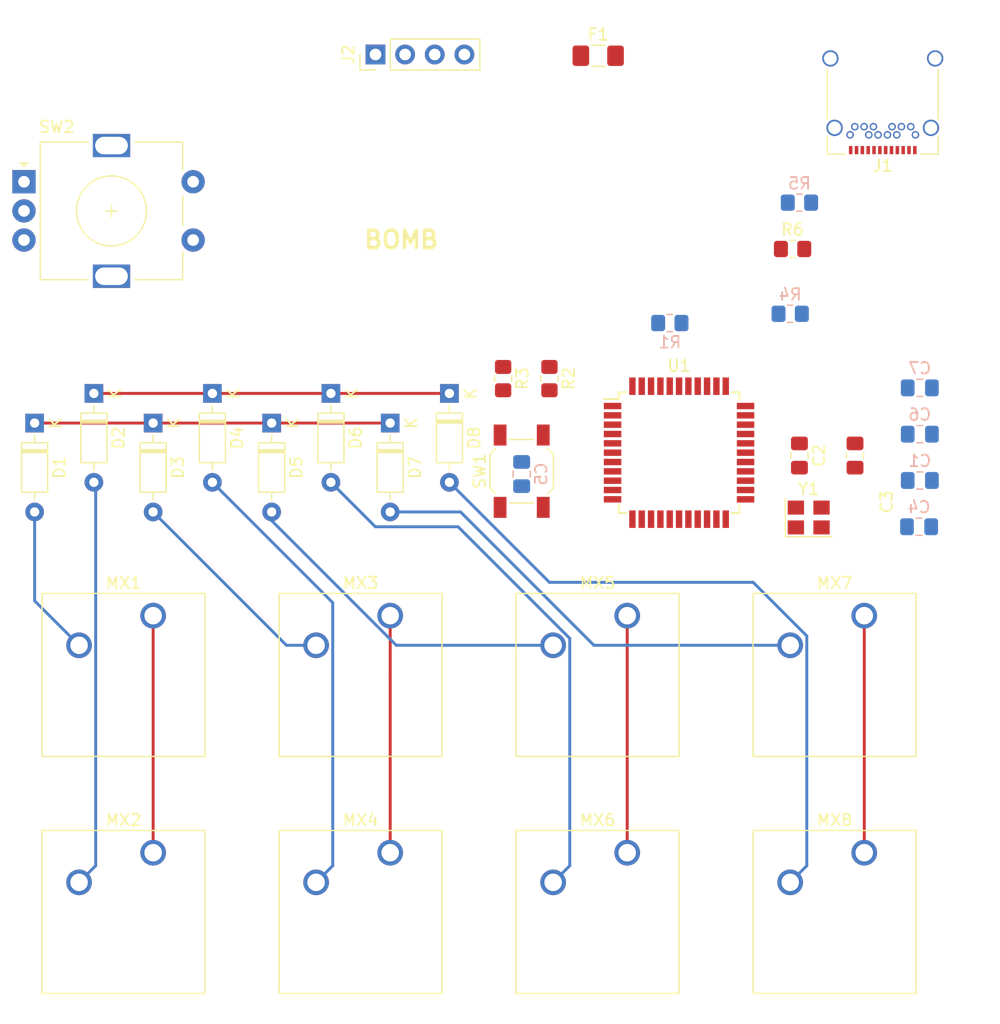
<source format=kicad_pcb>
(kicad_pcb (version 20211014) (generator pcbnew)
  (layers (0 "F.Cu" signal) (31 "B.Cu" signal) (34 "B.Paste" user) (35 "F.Paste" user) (36 "B.SilkS" user "B.Silkscreen") (37 "F.SilkS" user "F.Silkscreen") (38 "B.Mask" user) (39 "F.Mask" user) (44 "Edge.Cuts" user))
  (net 0 "")
  (net 1 "+5V")
  (net 2 "GND")
  (net 3 "Net-(C2-Pad2)")
  (net 4 "Net-(C3-Pad2)")
  (net 5 "Net-(C5-Pad1)")
  (net 6 "ROW0")
  (net 7 "Net-(D1-Pad2)")
  (net 8 "ROW1")
  (net 9 "Net-(D2-Pad2)")
  (net 10 "Net-(D3-Pad2)")
  (net 11 "Net-(D4-Pad2)")
  (net 12 "Net-(D5-Pad2)")
  (net 13 "Net-(D6-Pad2)")
  (net 14 "Net-(D7-Pad2)")
  (net 15 "Net-(D8-Pad2)")
  (net 16 "VCC")
  (net 17 "Net-(J1-PadA5)")
  (net 18 "D+")
  (net 19 "D-")
  (net 21 "Net-(J1-PadB5)")
  (net 23 "COL0")
  (net 24 "COL1")
  (net 25 "COL2")
  (net 26 "COL3")
  (net 27 "Net-(R1-Pad1)")
  (net 28 "Net-(R2-Pad2)")
  (net 29 "Net-(R3-Pad2)")
  (net 30 "Net-(R4-Pad1)")
  (net 57 "SCK")
  (net 58 "SDA")
  (footprint "Diode_THT:D_DO-35_SOD27_P7.62mm_Horizontal" (layer "F.Cu") (at 66.9925 48.895 -90)
    (fp_text reference "D6" (at 3.81 -2.12 90) (layer "F.SilkS"))
    (fp_text value "1N4148")
    (fp_text user "K" (at 0 -1.8 90) (layer "F.SilkS"))
    (fp_line (start 2.41 -1.12) (end 2.41 1.12) (layer "F.SilkS") (width 0.12))
    (fp_line (start 5.93 -1.12) (end 1.69 -1.12) (layer "F.SilkS") (width 0.12))
    (fp_line (start 2.29 -1.12) (end 2.29 1.12) (layer "F.SilkS") (width 0.12))
    (fp_line (start 2.53 -1.12) (end 2.53 1.12) (layer "F.SilkS") (width 0.12))
    (fp_line (start 5.93 1.12) (end 5.93 -1.12) (layer "F.SilkS") (width 0.12))
    (fp_line (start 6.58 0) (end 5.93 0) (layer "F.SilkS") (width 0.12))
    (fp_line (start 1.69 -1.12) (end 1.69 1.12) (layer "F.SilkS") (width 0.12))
    (fp_line (start 1.69 1.12) (end 5.93 1.12) (layer "F.SilkS") (width 0.12))
    (fp_line (start 1.04 0) (end 1.69 0) (layer "F.SilkS") (width 0.12))
    (pad "1" thru_hole rect (at 0 0 270) (size 1.6 1.6) (drill 0.8) (layers *.Cu *.Mask) (net 8 "ROW1"))
    (pad "2" thru_hole oval (at 7.62 0 270) (size 1.6 1.6) (drill 0.8) (layers *.Cu *.Mask) (net 13 "Net-(D6-Pad2)"))
  )
  (footprint "Button_Switch_Keyboard:SW_Cherry_MX_1.00u_PCB" (layer "F.Cu") (at 92.3925 88.265)
    (fp_text reference "MX6" (at -2.54 -2.794) (layer "F.SilkS"))
    (fp_text value "MX-NoLED")
    (fp_line (start 4.445 12.065) (end -9.525 12.065) (layer "F.SilkS") (width 0.12))
    (fp_line (start -9.525 12.065) (end -9.525 -1.905) (layer "F.SilkS") (width 0.12))
    (fp_line (start 4.445 -1.905) (end 4.445 12.065) (layer "F.SilkS") (width 0.12))
    (fp_line (start -9.525 -1.905) (end 4.445 -1.905) (layer "F.SilkS") (width 0.12))
    (pad "" np_thru_hole circle (at 2.54 5.08) (size 1.7 1.7) (drill 1.7) (layers *.Cu *.Mask))
    (pad "" np_thru_hole circle (at -2.54 5.08) (size 4 4) (drill 4) (layers *.Cu *.Mask))
    (pad "" np_thru_hole circle (at -7.62 5.08) (size 1.7 1.7) (drill 1.7) (layers *.Cu *.Mask))
    (pad "1" thru_hole circle (at 0 0) (size 2.2 2.2) (drill 1.5) (layers *.Cu *.Mask) (net 25 "COL2"))
    (pad "2" thru_hole circle (at -6.35 2.54) (size 2.2 2.2) (drill 1.5) (layers *.Cu *.Mask) (net 13 "Net-(D6-Pad2)"))
  )
  (footprint "Button_Switch_Keyboard:SW_Cherry_MX_1.00u_PCB" (layer "F.Cu") (at 112.7125 67.945)
    (fp_text reference "MX7" (at -2.54 -2.794) (layer "F.SilkS"))
    (fp_text value "MX-NoLED")
    (fp_line (start -9.525 -1.905) (end 4.445 -1.905) (layer "F.SilkS") (width 0.12))
    (fp_line (start 4.445 12.065) (end -9.525 12.065) (layer "F.SilkS") (width 0.12))
    (fp_line (start 4.445 -1.905) (end 4.445 12.065) (layer "F.SilkS") (width 0.12))
    (fp_line (start -9.525 12.065) (end -9.525 -1.905) (layer "F.SilkS") (width 0.12))
    (pad "" np_thru_hole circle (at 2.54 5.08) (size 1.7 1.7) (drill 1.7) (layers *.Cu *.Mask))
    (pad "" np_thru_hole circle (at -7.62 5.08) (size 1.7 1.7) (drill 1.7) (layers *.Cu *.Mask))
    (pad "" np_thru_hole circle (at -2.54 5.08) (size 4 4) (drill 4) (layers *.Cu *.Mask))
    (pad "1" thru_hole circle (at 0 0) (size 2.2 2.2) (drill 1.5) (layers *.Cu *.Mask) (net 26 "COL3"))
    (pad "2" thru_hole circle (at -6.35 2.54) (size 2.2 2.2) (drill 1.5) (layers *.Cu *.Mask) (net 14 "Net-(D7-Pad2)"))
  )
  (footprint "Button_Switch_Keyboard:SW_Cherry_MX_1.00u_PCB" (layer "F.Cu") (at 72.0725 88.265)
    (fp_text reference "MX4" (at -2.54 -2.794) (layer "F.SilkS"))
    (fp_text value "MX-NoLED")
    (fp_line (start 4.445 -1.905) (end 4.445 12.065) (layer "F.SilkS") (width 0.12))
    (fp_line (start -9.525 12.065) (end -9.525 -1.905) (layer "F.SilkS") (width 0.12))
    (fp_line (start 4.445 12.065) (end -9.525 12.065) (layer "F.SilkS") (width 0.12))
    (fp_line (start -9.525 -1.905) (end 4.445 -1.905) (layer "F.SilkS") (width 0.12))
    (pad "" np_thru_hole circle (at 2.54 5.08) (size 1.7 1.7) (drill 1.7) (layers *.Cu *.Mask))
    (pad "" np_thru_hole circle (at -7.62 5.08) (size 1.7 1.7) (drill 1.7) (layers *.Cu *.Mask))
    (pad "" np_thru_hole circle (at -2.54 5.08) (size 4 4) (drill 4) (layers *.Cu *.Mask))
    (pad "1" thru_hole circle (at 0 0) (size 2.2 2.2) (drill 1.5) (layers *.Cu *.Mask) (net 24 "COL1"))
    (pad "2" thru_hole circle (at -6.35 2.54) (size 2.2 2.2) (drill 1.5) (layers *.Cu *.Mask) (net 11 "Net-(D4-Pad2)"))
  )
  (footprint "Package_QFP:TQFP-44_10x10mm_P0.8mm" (layer "F.Cu") (at 96.8375 53.975)
    (fp_text reference "U1" (at 0 -7.45) (layer "F.SilkS"))
    (fp_text value "ATmega32U4-A")
    (fp_line (start 5.175 5.175) (end 5.175 4.5) (layer "F.SilkS") (width 0.15))
    (fp_line (start -5.175 5.175) (end -5.175 4.5) (layer "F.SilkS") (width 0.15))
    (fp_line (start -5.175 -4.6) (end -6.45 -4.6) (layer "F.SilkS") (width 0.15))
    (fp_line (start -5.175 -5.175) (end -5.175 -4.6) (layer "F.SilkS") (width 0.15))
    (fp_line (start -5.175 5.175) (end -4.5 5.175) (layer "F.SilkS") (width 0.15))
    (fp_line (start 5.175 -5.175) (end 4.5 -5.175) (layer "F.SilkS") (width 0.15))
    (fp_line (start 5.175 -5.175) (end 5.175 -4.5) (layer "F.SilkS") (width 0.15))
    (fp_line (start -5.175 -5.175) (end -4.5 -5.175) (layer "F.SilkS") (width 0.15))
    (fp_line (start 5.175 5.175) (end 4.5 5.175) (layer "F.SilkS") (width 0.15))
    (pad "1" smd rect (at -5.7 -4) (size 1.5 0.55) (layers "F.Cu" "F.Paste" "F.Mask"))
    (pad "2" smd rect (at -5.7 -3.2) (size 1.5 0.55) (layers "F.Cu" "F.Paste" "F.Mask") (net 1 "+5V"))
    (pad "3" smd rect (at -5.7 -2.4) (size 1.5 0.55) (layers "F.Cu" "F.Paste" "F.Mask") (net 27 "Net-(R1-Pad1)"))
    (pad "4" smd rect (at -5.7 -1.6) (size 1.5 0.55) (layers "F.Cu" "F.Paste" "F.Mask") (net 28 "Net-(R2-Pad2)"))
    (pad "5" smd rect (at -5.7 -0.8) (size 1.5 0.55) (layers "F.Cu" "F.Paste" "F.Mask") (net 2 "GND"))
    (pad "6" smd rect (at -5.7 0) (size 1.5 0.55) (layers "F.Cu" "F.Paste" "F.Mask") (net 5 "Net-(C5-Pad1)"))
    (pad "7" smd rect (at -5.7 0.8) (size 1.5 0.55) (layers "F.Cu" "F.Paste" "F.Mask") (net 1 "+5V"))
    (pad "8" smd rect (at -5.7 1.6) (size 1.5 0.55) (layers "F.Cu" "F.Paste" "F.Mask"))
    (pad "9" smd rect (at -5.7 2.4) (size 1.5 0.55) (layers "F.Cu" "F.Paste" "F.Mask"))
    (pad "10" smd rect (at -5.7 3.2) (size 1.5 0.55) (layers "F.Cu" "F.Paste" "F.Mask"))
    (pad "11" smd rect (at -5.7 4) (size 1.5 0.55) (layers "F.Cu" "F.Paste" "F.Mask"))
    (pad "12" smd rect (at -4 5.7 90) (size 1.5 0.55) (layers "F.Cu" "F.Paste" "F.Mask"))
    (pad "13" smd rect (at -3.2 5.7 90) (size 1.5 0.55) (layers "F.Cu" "F.Paste" "F.Mask") (net 29 "Net-(R3-Pad2)"))
    (pad "14" smd rect (at -2.4 5.7 90) (size 1.5 0.55) (layers "F.Cu" "F.Paste" "F.Mask") (net 1 "+5V"))
    (pad "15" smd rect (at -1.6 5.7 90) (size 1.5 0.55) (layers "F.Cu" "F.Paste" "F.Mask") (net 2 "GND"))
    (pad "16" smd rect (at -0.8 5.7 90) (size 1.5 0.55) (layers "F.Cu" "F.Paste" "F.Mask") (net 4 "Net-(C3-Pad2)"))
    (pad "17" smd rect (at 0 5.7 90) (size 1.5 0.55) (layers "F.Cu" "F.Paste" "F.Mask") (net 3 "Net-(C2-Pad2)"))
    (pad "18" smd rect (at 0.8 5.7 90) (size 1.5 0.55) (layers "F.Cu" "F.Paste" "F.Mask"))
    (pad "19" smd rect (at 1.6 5.7 90) (size 1.5 0.55) (layers "F.Cu" "F.Paste" "F.Mask"))
    (pad "20" smd rect (at 2.4 5.7 90) (size 1.5 0.55) (layers "F.Cu" "F.Paste" "F.Mask"))
    (pad "21" smd rect (at 3.2 5.7 90) (size 1.5 0.55) (layers "F.Cu" "F.Paste" "F.Mask"))
    (pad "22" smd rect (at 4 5.7 90) (size 1.5 0.55) (layers "F.Cu" "F.Paste" "F.Mask"))
    (pad "23" smd rect (at 5.7 4) (size 1.5 0.55) (layers "F.Cu" "F.Paste" "F.Mask") (net 2 "GND"))
    (pad "24" smd rect (at 5.7 3.2) (size 1.5 0.55) (layers "F.Cu" "F.Paste" "F.Mask") (net 1 "+5V"))
    (pad "25" smd rect (at 5.7 2.4) (size 1.5 0.55) (layers "F.Cu" "F.Paste" "F.Mask"))
    (pad "26" smd rect (at 5.7 1.6) (size 1.5 0.55) (layers "F.Cu" "F.Paste" "F.Mask"))
    (pad "27" smd rect (at 5.7 0.8) (size 1.5 0.55) (layers "F.Cu" "F.Paste" "F.Mask"))
    (pad "28" smd rect (at 5.7 0) (size 1.5 0.55) (layers "F.Cu" "F.Paste" "F.Mask"))
    (pad "29" smd rect (at 5.7 -0.8) (size 1.5 0.55) (layers "F.Cu" "F.Paste" "F.Mask"))
    (pad "30" smd rect (at 5.7 -1.6) (size 1.5 0.55) (layers "F.Cu" "F.Paste" "F.Mask"))
    (pad "31" smd rect (at 5.7 -2.4) (size 1.5 0.55) (layers "F.Cu" "F.Paste" "F.Mask"))
    (pad "32" smd rect (at 5.7 -3.2) (size 1.5 0.55) (layers "F.Cu" "F.Paste" "F.Mask"))
    (pad "33" smd rect (at 5.7 -4) (size 1.5 0.55) (layers "F.Cu" "F.Paste" "F.Mask") (net 30 "Net-(R4-Pad1)"))
    (pad "34" smd rect (at 4 -5.7 90) (size 1.5 0.55) (layers "F.Cu" "F.Paste" "F.Mask") (net 1 "+5V"))
    (pad "35" smd rect (at 3.2 -5.7 90) (size 1.5 0.55) (layers "F.Cu" "F.Paste" "F.Mask") (net 2 "GND"))
    (pad "36" smd rect (at 2.4 -5.7 90) (size 1.5 0.55) (layers "F.Cu" "F.Paste" "F.Mask"))
    (pad "37" smd rect (at 1.6 -5.7 90) (size 1.5 0.55) (layers "F.Cu" "F.Paste" "F.Mask"))
    (pad "38" smd rect (at 0.8 -5.7 90) (size 1.5 0.55) (layers "F.Cu" "F.Paste" "F.Mask"))
    (pad "39" smd rect (at 0 -5.7 90) (size 1.5 0.55) (layers "F.Cu" "F.Paste" "F.Mask"))
    (pad "40" smd rect (at -0.8 -5.7 90) (size 1.5 0.55) (layers "F.Cu" "F.Paste" "F.Mask"))
    (pad "41" smd rect (at -1.6 -5.7 90) (size 1.5 0.55) (layers "F.Cu" "F.Paste" "F.Mask"))
    (pad "42" smd rect (at -2.4 -5.7 90) (size 1.5 0.55) (layers "F.Cu" "F.Paste" "F.Mask"))
    (pad "43" smd rect (at -3.2 -5.7 90) (size 1.5 0.55) (layers "F.Cu" "F.Paste" "F.Mask") (net 2 "GND"))
    (pad "44" smd rect (at -4 -5.7 90) (size 1.5 0.55) (layers "F.Cu" "F.Paste" "F.Mask") (net 1 "+5V"))
  )
  (footprint "Crystal:Crystal_SMD_3225-4Pin_3.2x2.5mm" (layer "F.Cu") (at 107.95 59.53125)
    (fp_text reference "Y1" (at 0 -2.45) (layer "F.SilkS"))
    (fp_text value "16MHz")
    (fp_line (start -2 1.65) (end 2 1.65) (layer "F.SilkS") (width 0.12))
    (fp_line (start -2 -1.65) (end -2 1.65) (layer "F.SilkS") (width 0.12))
    (pad "1" smd rect (at -1.1 0.85) (size 1.4 1.2) (layers "F.Cu" "F.Paste" "F.Mask") (net 3 "Net-(C2-Pad2)"))
    (pad "2" smd rect (at 1.1 0.85) (size 1.4 1.2) (layers "F.Cu" "F.Paste" "F.Mask") (net 2 "GND"))
    (pad "3" smd rect (at 1.1 -0.85) (size 1.4 1.2) (layers "F.Cu" "F.Paste" "F.Mask") (net 4 "Net-(C3-Pad2)"))
    (pad "4" smd rect (at -1.1 -0.85) (size 1.4 1.2) (layers "F.Cu" "F.Paste" "F.Mask") (net 2 "GND"))
  )
  (footprint "Button_Switch_Keyboard:SW_Cherry_MX_1.00u_PCB" (layer "F.Cu") (at 92.3925 67.945)
    (fp_text reference "MX5" (at -2.54 -2.794) (layer "F.SilkS"))
    (fp_text value "MX-NoLED")
    (fp_line (start 4.445 -1.905) (end 4.445 12.065) (layer "F.SilkS") (width 0.12))
    (fp_line (start 4.445 12.065) (end -9.525 12.065) (layer "F.SilkS") (width 0.12))
    (fp_line (start -9.525 -1.905) (end 4.445 -1.905) (layer "F.SilkS") (width 0.12))
    (fp_line (start -9.525 12.065) (end -9.525 -1.905) (layer "F.SilkS") (width 0.12))
    (pad "" np_thru_hole circle (at 2.54 5.08) (size 1.7 1.7) (drill 1.7) (layers *.Cu *.Mask))
    (pad "" np_thru_hole circle (at -2.54 5.08) (size 4 4) (drill 4) (layers *.Cu *.Mask))
    (pad "" np_thru_hole circle (at -7.62 5.08) (size 1.7 1.7) (drill 1.7) (layers *.Cu *.Mask))
    (pad "1" thru_hole circle (at 0 0) (size 2.2 2.2) (drill 1.5) (layers *.Cu *.Mask) (net 25 "COL2"))
    (pad "2" thru_hole circle (at -6.35 2.54) (size 2.2 2.2) (drill 1.5) (layers *.Cu *.Mask) (net 12 "Net-(D5-Pad2)"))
  )
  (footprint "Diode_THT:D_DO-35_SOD27_P7.62mm_Horizontal" (layer "F.Cu") (at 51.7525 51.435 -90)
    (fp_text reference "D3" (at 3.81 -2.12 90) (layer "F.SilkS"))
    (fp_text value "1N4148")
    (fp_text user "K" (at 0 -1.8 90) (layer "F.SilkS"))
    (fp_line (start 2.53 -1.12) (end 2.53 1.12) (layer "F.SilkS") (width 0.12))
    (fp_line (start 1.04 0) (end 1.69 0) (layer "F.SilkS") (width 0.12))
    (fp_line (start 1.69 -1.12) (end 1.69 1.12) (layer "F.SilkS") (width 0.12))
    (fp_line (start 5.93 1.12) (end 5.93 -1.12) (layer "F.SilkS") (width 0.12))
    (fp_line (start 2.29 -1.12) (end 2.29 1.12) (layer "F.SilkS") (width 0.12))
    (fp_line (start 6.58 0) (end 5.93 0) (layer "F.SilkS") (width 0.12))
    (fp_line (start 2.41 -1.12) (end 2.41 1.12) (layer "F.SilkS") (width 0.12))
    (fp_line (start 1.69 1.12) (end 5.93 1.12) (layer "F.SilkS") (width 0.12))
    (fp_line (start 5.93 -1.12) (end 1.69 -1.12) (layer "F.SilkS") (width 0.12))
    (pad "1" thru_hole rect (at 0 0 270) (size 1.6 1.6) (drill 0.8) (layers *.Cu *.Mask) (net 6 "ROW0"))
    (pad "2" thru_hole oval (at 7.62 0 270) (size 1.6 1.6) (drill 0.8) (layers *.Cu *.Mask) (net 10 "Net-(D3-Pad2)"))
  )
  (footprint "Diode_THT:D_DO-35_SOD27_P7.62mm_Horizontal" (layer "F.Cu") (at 61.9125 51.435 -90)
    (fp_text reference "D5" (at 3.81 -2.12 90) (layer "F.SilkS"))
    (fp_text value "1N4148")
    (fp_text user "K" (at 0 -1.8 90) (layer "F.SilkS"))
    (fp_line (start 1.69 -1.12) (end 1.69 1.12) (layer "F.SilkS") (width 0.12))
    (fp_line (start 2.41 -1.12) (end 2.41 1.12) (layer "F.SilkS") (width 0.12))
    (fp_line (start 1.04 0) (end 1.69 0) (layer "F.SilkS") (width 0.12))
    (fp_line (start 2.53 -1.12) (end 2.53 1.12) (layer "F.SilkS") (width 0.12))
    (fp_line (start 2.29 -1.12) (end 2.29 1.12) (layer "F.SilkS") (width 0.12))
    (fp_line (start 5.93 -1.12) (end 1.69 -1.12) (layer "F.SilkS") (width 0.12))
    (fp_line (start 1.69 1.12) (end 5.93 1.12) (layer "F.SilkS") (width 0.12))
    (fp_line (start 6.58 0) (end 5.93 0) (layer "F.SilkS") (width 0.12))
    (fp_line (start 5.93 1.12) (end 5.93 -1.12) (layer "F.SilkS") (width 0.12))
    (pad "1" thru_hole rect (at 0 0 270) (size 1.6 1.6) (drill 0.8) (layers *.Cu *.Mask) (net 6 "ROW0"))
    (pad "2" thru_hole oval (at 7.62 0 270) (size 1.6 1.6) (drill 0.8) (layers *.Cu *.Mask) (net 12 "Net-(D5-Pad2)"))
  )
  (footprint "Diode_THT:D_DO-35_SOD27_P7.62mm_Horizontal" (layer "F.Cu") (at 56.8325 48.895 -90)
    (fp_text reference "D4" (at 3.81 -2.12 90) (layer "F.SilkS"))
    (fp_text value "1N4148")
    (fp_text user "K" (at 0 -1.8 90) (layer "F.SilkS"))
    (fp_line (start 2.53 -1.12) (end 2.53 1.12) (layer "F.SilkS") (width 0.12))
    (fp_line (start 1.04 0) (end 1.69 0) (layer "F.SilkS") (width 0.12))
    (fp_line (start 1.69 -1.12) (end 1.69 1.12) (layer "F.SilkS") (width 0.12))
    (fp_line (start 6.58 0) (end 5.93 0) (layer "F.SilkS") (width 0.12))
    (fp_line (start 2.41 -1.12) (end 2.41 1.12) (layer "F.SilkS") (width 0.12))
    (fp_line (start 5.93 -1.12) (end 1.69 -1.12) (layer "F.SilkS") (width 0.12))
    (fp_line (start 2.29 -1.12) (end 2.29 1.12) (layer "F.SilkS") (width 0.12))
    (fp_line (start 1.69 1.12) (end 5.93 1.12) (layer "F.SilkS") (width 0.12))
    (fp_line (start 5.93 1.12) (end 5.93 -1.12) (layer "F.SilkS") (width 0.12))
    (pad "1" thru_hole rect (at 0 0 270) (size 1.6 1.6) (drill 0.8) (layers *.Cu *.Mask) (net 8 "ROW1"))
    (pad "2" thru_hole oval (at 7.62 0 270) (size 1.6 1.6) (drill 0.8) (layers *.Cu *.Mask) (net 11 "Net-(D4-Pad2)"))
  )
  (footprint "Resistor_SMD:R_0805_2012Metric_Pad1.20x1.40mm_HandSolder" (layer "F.Cu") (at 85.725 47.625 -90)
    (fp_text reference "R2" (at 0 -1.65 90) (layer "F.SilkS"))
    (fp_text value "22")
    (fp_line (start -0.227064 -0.735) (end 0.227064 -0.735) (layer "F.SilkS") (width 0.12))
    (fp_line (start -0.227064 0.735) (end 0.227064 0.735) (layer "F.SilkS") (width 0.12))
    (pad "1" smd roundrect (at -1 0 270) (size 1.2 1.4) (layers "F.Cu" "F.Paste" "F.Mask") (roundrect_rratio 0.208333) (net 18 "D+"))
    (pad "2" smd roundrect (at 1 0 270) (size 1.2 1.4) (layers "F.Cu" "F.Paste" "F.Mask") (roundrect_rratio 0.208333) (net 28 "Net-(R2-Pad2)"))
  )
  (footprint "Connector_USB:USB_C_Receptacle_Amphenol_12401548E4-2A_CircularHoles" (layer "F.Cu") (at 114.3 23.01875 180)
    (fp_text reference "J1" (at 0 -6.36) (layer "F.SilkS"))
    (fp_text value "USB_C_Receptacle_USB2.0")
    (fp_line (start 4.75 -2.35) (end 4.75 1.89) (layer "F.SilkS") (width 0.12))
    (fp_line (start -4.75 -5.37) (end -4.75 -3.85) (layer "F.SilkS") (width 0.12))
    (fp_line (start 4.75 -5.37) (end 4.75 -3.85) (layer "F.SilkS") (width 0.12))
    (fp_line (start -4.75 -2.35) (end -4.75 1.89) (layer "F.SilkS") (width 0.12))
    (fp_line (start -4.75 -5.37) (end -3.25 -5.37) (layer "F.SilkS") (width 0.12))
    (fp_line (start 3.25 -5.37) (end 4.75 -5.37) (layer "F.SilkS") (width 0.12))
    (pad "" np_thru_hole circle (at 3.6 -4.36 180) (size 0.95 0.95) (drill 0.95) (layers *.Cu *.Mask))
    (pad "" np_thru_hole circle (at -3.6 -4.36 180) (size 0.65 0.65) (drill 0.65) (layers *.Cu *.Mask))
    (pad "A1" smd rect (at -2.75 -5.02 180) (size 0.3 0.7) (layers "F.Cu" "F.Paste" "F.Mask") (net 2 "GND"))
    (pad "A2" smd rect (at -2.25 -5.02 180) (size 0.3 0.7) (layers "F.Cu" "F.Paste" "F.Mask"))
    (pad "A3" smd rect (at -1.75 -5.02 180) (size 0.3 0.7) (layers "F.Cu" "F.Paste" "F.Mask"))
    (pad "A4" smd rect (at -1.25 -5.02 180) (size 0.3 0.7) (layers "F.Cu" "F.Paste" "F.Mask") (net 16 "VCC"))
    (pad "A5" smd rect (at -0.75 -5.02 180) (size 0.3 0.7) (layers "F.Cu" "F.Paste" "F.Mask") (net 17 "Net-(J1-PadA5)"))
    (pad "A6" smd rect (at -0.25 -5.02 180) (size 0.3 0.7) (layers "F.Cu" "F.Paste" "F.Mask") (net 18 "D+"))
    (pad "A7" smd rect (at 0.25 -5.02 180) (size 0.3 0.7) (layers "F.Cu" "F.Paste" "F.Mask") (net 19 "D-"))
    (pad "A8" smd rect (at 0.75 -5.02 180) (size 0.3 0.7) (layers "F.Cu" "F.Paste" "F.Mask"))
    (pad "A9" smd rect (at 1.25 -5.02 180) (size 0.3 0.7) (layers "F.Cu" "F.Paste" "F.Mask") (net 16 "VCC"))
    (pad "A10" smd rect (at 1.75 -5.02 180) (size 0.3 0.7) (layers "F.Cu" "F.Paste" "F.Mask"))
    (pad "A11" smd rect (at 2.25 -5.02 180) (size 0.3 0.7) (layers "F.Cu" "F.Paste" "F.Mask"))
    (pad "A12" smd rect (at 2.75 -5.02 180) (size 0.3 0.7) (layers "F.Cu" "F.Paste" "F.Mask") (net 2 "GND"))
    (pad "B1" thru_hole circle (at 2.8 -3.71 180) (size 0.65 0.65) (drill 0.4) (layers *.Cu *.Mask) (net 2 "GND"))
    (pad "B2" thru_hole circle (at 2.4 -3.01 180) (size 0.65 0.65) (drill 0.4) (layers *.Cu *.Mask))
    (pad "B3" thru_hole circle (at 1.6 -3.01 180) (size 0.65 0.65) (drill 0.4) (layers *.Cu *.Mask))
    (pad "B4" thru_hole circle (at 1.2 -3.71 180) (size 0.65 0.65) (drill 0.4) (layers *.Cu *.Mask) (net 16 "VCC"))
    (pad "B5" thru_hole circle (at 0.8 -3.01 180) (size 0.65 0.65) (drill 0.4) (layers *.Cu *.Mask) (net 21 "Net-(J1-PadB5)"))
    (pad "B6" thru_hole circle (at 0.4 -3.71 180) (size 0.65 0.65) (drill 0.4) (layers *.Cu *.Mask) (net 18 "D+"))
    (pad "B7" thru_hole circle (at -0.4 -3.71 180) (size 0.65 0.65) (drill 0.4) (layers *.Cu *.Mask) (net 19 "D-"))
    (pad "B8" thru_hole circle (at -0.8 -3.01 180) (size 0.65 0.65) (drill 0.4) (layers *.Cu *.Mask))
    (pad "B9" thru_hole circle (at -1.2 -3.71 180) (size 0.65 0.65) (drill 0.4) (layers *.Cu *.Mask) (net 16 "VCC"))
    (pad "B10" thru_hole circle (at -1.6 -3.01 180) (size 0.65 0.65) (drill 0.4) (layers *.Cu *.Mask))
    (pad "B11" thru_hole circle (at -2.4 -3.01 180) (size 0.65 0.65) (drill 0.4) (layers *.Cu *.Mask))
    (pad "B12" thru_hole circle (at -2.8 -3.71 180) (size 0.65 0.65) (drill 0.4) (layers *.Cu *.Mask) (net 2 "GND"))
    (pad "S1" thru_hole circle (at 4.49 2.84 180) (size 1.4 1.4) (drill 1.1) (layers *.Cu *.Mask) (net 2 "GND"))
    (pad "S1" thru_hole circle (at -4.49 2.84 180) (size 1.4 1.4) (drill 1.1) (layers *.Cu *.Mask) (net 2 "GND"))
    (pad "S1" thru_hole circle (at 4.13 -3.11 180) (size 1.4 1.4) (drill 1.1) (layers *.Cu *.Mask) (net 2 "GND"))
    (pad "S1" thru_hole circle (at -4.13 -3.11 180) (size 1.4 1.4) (drill 1.1) (layers *.Cu *.Mask) (net 2 "GND"))
  )
  (footprint "Button_Switch_Keyboard:SW_Cherry_MX_1.00u_PCB" (layer "F.Cu") (at 51.7525 88.265)
    (fp_text reference "MX2" (at -2.54 -2.794) (layer "F.SilkS"))
    (fp_text value "MX-NoLED")
    (fp_line (start 4.445 -1.905) (end 4.445 12.065) (layer "F.SilkS") (width 0.12))
    (fp_line (start -9.525 -1.905) (end 4.445 -1.905) (layer "F.SilkS") (width 0.12))
    (fp_line (start 4.445 12.065) (end -9.525 12.065) (layer "F.SilkS") (width 0.12))
    (fp_line (start -9.525 12.065) (end -9.525 -1.905) (layer "F.SilkS") (width 0.12))
    (pad "" np_thru_hole circle (at 2.54 5.08) (size 1.7 1.7) (drill 1.7) (layers *.Cu *.Mask))
    (pad "" np_thru_hole circle (at -2.54 5.08) (size 4 4) (drill 4) (layers *.Cu *.Mask))
    (pad "" np_thru_hole circle (at -7.62 5.08) (size 1.7 1.7) (drill 1.7) (layers *.Cu *.Mask))
    (pad "1" thru_hole circle (at 0 0) (size 2.2 2.2) (drill 1.5) (layers *.Cu *.Mask) (net 23 "COL0"))
    (pad "2" thru_hole circle (at -6.35 2.54) (size 2.2 2.2) (drill 1.5) (layers *.Cu *.Mask) (net 9 "Net-(D2-Pad2)"))
  )
  (footprint "Capacitor_SMD:C_0805_2012Metric_Pad1.18x1.45mm_HandSolder" (layer "F.Cu") (at 107.15625 54.21875 -90)
    (fp_text reference "C2" (at 0 -1.68 90) (layer "F.SilkS"))
    (fp_text value "22pF")
    (fp_line (start -0.261252 -0.735) (end 0.261252 -0.735) (layer "F.SilkS") (width 0.12))
    (fp_line (start -0.261252 0.735) (end 0.261252 0.735) (layer "F.SilkS") (width 0.12))
    (pad "1" smd roundrect (at -1.0375 0 270) (size 1.175 1.45) (layers "F.Cu" "F.Paste" "F.Mask") (roundrect_rratio 0.212766) (net 2 "GND"))
    (pad "2" smd roundrect (at 1.0375 0 270) (size 1.175 1.45) (layers "F.Cu" "F.Paste" "F.Mask") (roundrect_rratio 0.212766) (net 3 "Net-(C2-Pad2)"))
  )
  (footprint "Diode_THT:D_DO-35_SOD27_P7.62mm_Horizontal" (layer "F.Cu") (at 46.6725 48.895 -90)
    (fp_text reference "D2" (at 3.81 -2.12 90) (layer "F.SilkS"))
    (fp_text value "1N4148")
    (fp_text user "K" (at 0 -1.8 90) (layer "F.SilkS"))
    (fp_line (start 1.04 0) (end 1.69 0) (layer "F.SilkS") (width 0.12))
    (fp_line (start 1.69 1.12) (end 5.93 1.12) (layer "F.SilkS") (width 0.12))
    (fp_line (start 2.53 -1.12) (end 2.53 1.12) (layer "F.SilkS") (width 0.12))
    (fp_line (start 2.29 -1.12) (end 2.29 1.12) (layer "F.SilkS") (width 0.12))
    (fp_line (start 5.93 -1.12) (end 1.69 -1.12) (layer "F.SilkS") (width 0.12))
    (fp_line (start 1.69 -1.12) (end 1.69 1.12) (layer "F.SilkS") (width 0.12))
    (fp_line (start 5.93 1.12) (end 5.93 -1.12) (layer "F.SilkS") (width 0.12))
    (fp_line (start 6.58 0) (end 5.93 0) (layer "F.SilkS") (width 0.12))
    (fp_line (start 2.41 -1.12) (end 2.41 1.12) (layer "F.SilkS") (width 0.12))
    (pad "1" thru_hole rect (at 0 0 270) (size 1.6 1.6) (drill 0.8) (layers *.Cu *.Mask) (net 8 "ROW1"))
    (pad "2" thru_hole oval (at 7.62 0 270) (size 1.6 1.6) (drill 0.8) (layers *.Cu *.Mask) (net 9 "Net-(D2-Pad2)"))
  )
  (footprint "Fuse:Fuse_1206_3216Metric_Pad1.42x1.75mm_HandSolder" (layer "F.Cu") (at 89.90375 19.95125)
    (fp_text reference "F1" (at 0 -1.82) (layer "F.SilkS"))
    (fp_text value "500mA")
    (fp_line (start -0.602064 0.91) (end 0.602064 0.91) (layer "F.SilkS") (width 0.12))
    (fp_line (start -0.602064 -0.91) (end 0.602064 -0.91) (layer "F.SilkS") (width 0.12))
    (pad "1" smd roundrect (at -1.4875 0) (size 1.425 1.75) (layers "F.Cu" "F.Paste" "F.Mask") (roundrect_rratio 0.175439) (net 16 "VCC"))
    (pad "2" smd roundrect (at 1.4875 0) (size 1.425 1.75) (layers "F.Cu" "F.Paste" "F.Mask") (roundrect_rratio 0.175439) (net 1 "+5V"))
  )
  (footprint "Button_Switch_Keyboard:SW_Cherry_MX_1.00u_PCB" (layer "F.Cu") (at 72.0725 67.945)
    (fp_text reference "MX3" (at -2.54 -2.794) (layer "F.SilkS"))
    (fp_text value "MX-NoLED")
    (fp_line (start -9.525 -1.905) (end 4.445 -1.905) (layer "F.SilkS") (width 0.12))
    (fp_line (start 4.445 -1.905) (end 4.445 12.065) (layer "F.SilkS") (width 0.12))
    (fp_line (start -9.525 12.065) (end -9.525 -1.905) (layer "F.SilkS") (width 0.12))
    (fp_line (start 4.445 12.065) (end -9.525 12.065) (layer "F.SilkS") (width 0.12))
    (pad "" np_thru_hole circle (at 2.54 5.08) (size 1.7 1.7) (drill 1.7) (layers *.Cu *.Mask))
    (pad "" np_thru_hole circle (at -7.62 5.08) (size 1.7 1.7) (drill 1.7) (layers *.Cu *.Mask))
    (pad "" np_thru_hole circle (at -2.54 5.08) (size 4 4) (drill 4) (layers *.Cu *.Mask))
    (pad "1" thru_hole circle (at 0 0) (size 2.2 2.2) (drill 1.5) (layers *.Cu *.Mask) (net 24 "COL1"))
    (pad "2" thru_hole circle (at -6.35 2.54) (size 2.2 2.2) (drill 1.5) (layers *.Cu *.Mask) (net 10 "Net-(D3-Pad2)"))
  )
  (footprint "Diode_THT:D_DO-35_SOD27_P7.62mm_Horizontal" (layer "F.Cu") (at 77.1525 48.895 -90)
    (fp_text reference "D8" (at 3.81 -2.12 90) (layer "F.SilkS"))
    (fp_text value "1N4148")
    (fp_text user "K" (at 0 -1.8 90) (layer "F.SilkS"))
    (fp_line (start 1.04 0) (end 1.69 0) (layer "F.SilkS") (width 0.12))
    (fp_line (start 2.29 -1.12) (end 2.29 1.12) (layer "F.SilkS") (width 0.12))
    (fp_line (start 6.58 0) (end 5.93 0) (layer "F.SilkS") (width 0.12))
    (fp_line (start 5.93 1.12) (end 5.93 -1.12) (layer "F.SilkS") (width 0.12))
    (fp_line (start 1.69 -1.12) (end 1.69 1.12) (layer "F.SilkS") (width 0.12))
    (fp_line (start 5.93 -1.12) (end 1.69 -1.12) (layer "F.SilkS") (width 0.12))
    (fp_line (start 2.41 -1.12) (end 2.41 1.12) (layer "F.SilkS") (width 0.12))
    (fp_line (start 2.53 -1.12) (end 2.53 1.12) (layer "F.SilkS") (width 0.12))
    (fp_line (start 1.69 1.12) (end 5.93 1.12) (layer "F.SilkS") (width 0.12))
    (pad "1" thru_hole rect (at 0 0 270) (size 1.6 1.6) (drill 0.8) (layers *.Cu *.Mask) (net 8 "ROW1"))
    (pad "2" thru_hole oval (at 7.62 0 270) (size 1.6 1.6) (drill 0.8) (layers *.Cu *.Mask) (net 15 "Net-(D8-Pad2)"))
  )
  (footprint "Resistor_SMD:R_0805_2012Metric_Pad1.20x1.40mm_HandSolder" (layer "F.Cu") (at 106.56875 36.5125)
    (fp_text reference "R6" (at 0 -1.65) (layer "F.SilkS"))
    (fp_text value "5.1k")
    (fp_line (start -0.227064 0.735) (end 0.227064 0.735) (layer "F.SilkS") (width 0.12))
    (fp_line (start -0.227064 -0.735) (end 0.227064 -0.735) (layer "F.SilkS") (width 0.12))
    (pad "1" smd roundrect (at -1 0) (size 1.2 1.4) (layers "F.Cu" "F.Paste" "F.Mask") (roundrect_rratio 0.208333) (net 17 "Net-(J1-PadA5)"))
    (pad "2" smd roundrect (at 1 0) (size 1.2 1.4) (layers "F.Cu" "F.Paste" "F.Mask") (roundrect_rratio 0.208333) (net 2 "GND"))
  )
  (footprint "Rotary_Encoder:RotaryEncoder_Alps_EC11E-Switch_Vertical_H20mm" (layer "F.Cu") (at 40.68125 30.75)
    (fp_text reference "SW2" (at 2.8 -4.7) (layer "F.SilkS"))
    (fp_text value "RotaryEncoder_Switch")
    (fp_line (start 13.6 -3.4) (end 13.6 -1) (layer "F.SilkS") (width 0.12))
    (fp_line (start 13.6 6) (end 13.6 8.4) (layer "F.SilkS") (width 0.12))
    (fp_line (start 0.3 -1.6) (end 0 -1.3) (layer "F.SilkS") (width 0.12))
    (fp_line (start -0.3 -1.6) (end 0.3 -1.6) (layer "F.SilkS") (width 0.12))
    (fp_line (start 13.6 1.2) (end 13.6 3.8) (layer "F.SilkS") (width 0.12))
    (fp_line (start 0 -1.3) (end -0.3 -1.6) (layer "F.SilkS") (width 0.12))
    (fp_line (start 5.5 -3.4) (end 1.4 -3.4) (layer "F.SilkS") (width 0.12))
    (fp_line (start 7.5 2) (end 7.5 3) (layer "F.SilkS") (width 0.12))
    (fp_line (start 1.4 -3.4) (end 1.4 8.4) (layer "F.SilkS") (width 0.12))
    (fp_line (start 9.5 -3.4) (end 13.6 -3.4) (layer "F.SilkS") (width 0.12))
    (fp_line (start 7 2.5) (end 8 2.5) (layer "F.SilkS") (width 0.12))
    (fp_line (start 5.5 8.4) (end 1.4 8.4) (layer "F.SilkS") (width 0.12))
    (fp_line (start 13.6 8.4) (end 9.5 8.4) (layer "F.SilkS") (width 0.12))
    (fp_circle (center 7.5 2.5) (end 10.5 2.5) (layer "F.SilkS") (width 0.12) (fill none))
    (pad "A" thru_hole rect (at 0 0) (size 2 2) (drill 1) (layers *.Cu *.Mask))
    (pad "B" thru_hole circle (at 0 5) (size 2 2) (drill 1) (layers *.Cu *.Mask))
    (pad "C" thru_hole circle (at 0 2.5) (size 2 2) (drill 1) (layers *.Cu *.Mask) (net 2 "GND"))
    (pad "MP" thru_hole rect (at 7.5 8.1) (size 3.2 2) (drill oval 2.8 1.5) (layers *.Cu *.Mask))
    (pad "MP" thru_hole rect (at 7.5 -3.1) (size 3.2 2) (drill oval 2.8 1.5) (layers *.Cu *.Mask))
    (pad "S1" thru_hole circle (at 14.5 5) (size 2 2) (drill 1) (layers *.Cu *.Mask))
    (pad "S2" thru_hole circle (at 14.5 0) (size 2 2) (drill 1) (layers *.Cu *.Mask))
  )
  (footprint "Connector_PinHeader_2.54mm:PinHeader_1x04_P2.54mm_Vertical" (layer "F.Cu") (at 70.8125 19.84375 90)
    (fp_text reference "J2" (at 0 -2.33 90) (layer "F.SilkS"))
    (fp_text value "Conn_01x04")
    (fp_line (start 1.33 1.27) (end 1.33 8.95) (layer "F.SilkS") (width 0.12))
    (fp_line (start -1.33 1.27) (end -1.33 8.95) (layer "F.SilkS") (width 0.12))
    (fp_line (start -1.33 1.27) (end 1.33 1.27) (layer "F.SilkS") (width 0.12))
    (fp_line (start -1.33 8.95) (end 1.33 8.95) (layer "F.SilkS") (width 0.12))
    (fp_line (start -1.33 -1.33) (end 0 -1.33) (layer "F.SilkS") (width 0.12))
    (fp_line (start -1.33 0) (end -1.33 -1.33) (layer "F.SilkS") (width 0.12))
    (pad "1" thru_hole rect (at 0 0 90) (size 1.7 1.7) (drill 1) (layers *.Cu *.Mask) (net 2 "GND"))
    (pad "2" thru_hole oval (at 0 2.54 90) (size 1.7 1.7) (drill 1) (layers *.Cu *.Mask) (net 1 "+5V"))
    (pad "3" thru_hole oval (at 0 5.08 90) (size 1.7 1.7) (drill 1) (layers *.Cu *.Mask) (net 57 "SCK"))
    (pad "4" thru_hole oval (at 0 7.62 90) (size 1.7 1.7) (drill 1) (layers *.Cu *.Mask) (net 58 "SDA"))
  )
  (footprint "Diode_THT:D_DO-35_SOD27_P7.62mm_Horizontal" (layer "F.Cu") (at 41.5925 51.435 -90)
    (fp_text reference "D1" (at 3.81 -2.12 90) (layer "F.SilkS"))
    (fp_text value "1N4148")
    (fp_text user "K" (at 0 -1.8 90) (layer "F.SilkS"))
    (fp_line (start 5.93 -1.12) (end 1.69 -1.12) (layer "F.SilkS") (width 0.12))
    (fp_line (start 1.69 1.12) (end 5.93 1.12) (layer "F.SilkS") (width 0.12))
    (fp_line (start 1.69 -1.12) (end 1.69 1.12) (layer "F.SilkS") (width 0.12))
    (fp_line (start 5.93 1.12) (end 5.93 -1.12) (layer "F.SilkS") (width 0.12))
    (fp_line (start 2.53 -1.12) (end 2.53 1.12) (layer "F.SilkS") (width 0.12))
    (fp_line (start 1.04 0) (end 1.69 0) (layer "F.SilkS") (width 0.12))
    (fp_line (start 2.41 -1.12) (end 2.41 1.12) (layer "F.SilkS") (width 0.12))
    (fp_line (start 2.29 -1.12) (end 2.29 1.12) (layer "F.SilkS") (width 0.12))
    (fp_line (start 6.58 0) (end 5.93 0) (layer "F.SilkS") (width 0.12))
    (pad "1" thru_hole rect (at 0 0 270) (size 1.6 1.6) (drill 0.8) (layers *.Cu *.Mask) (net 6 "ROW0"))
    (pad "2" thru_hole oval (at 7.62 0 270) (size 1.6 1.6) (drill 0.8) (layers *.Cu *.Mask) (net 7 "Net-(D1-Pad2)"))
  )
  (footprint "Diode_THT:D_DO-35_SOD27_P7.62mm_Horizontal" (layer "F.Cu") (at 72.0725 51.435 -90)
    (fp_text reference "D7" (at 3.81 -2.12 90) (layer "F.SilkS"))
    (fp_text value "1N4148")
    (fp_text user "K" (at 0 -1.8 90) (layer "F.SilkS"))
    (fp_line (start 5.93 -1.12) (end 1.69 -1.12) (layer "F.SilkS") (width 0.12))
    (fp_line (start 2.29 -1.12) (end 2.29 1.12) (layer "F.SilkS") (width 0.12))
    (fp_line (start 2.53 -1.12) (end 2.53 1.12) (layer "F.SilkS") (width 0.12))
    (fp_line (start 1.69 1.12) (end 5.93 1.12) (layer "F.SilkS") (width 0.12))
    (fp_line (start 1.69 -1.12) (end 1.69 1.12) (layer "F.SilkS") (width 0.12))
    (fp_line (start 6.58 0) (end 5.93 0) (layer "F.SilkS") (width 0.12))
    (fp_line (start 2.41 -1.12) (end 2.41 1.12) (layer "F.SilkS") (width 0.12))
    (fp_line (start 5.93 1.12) (end 5.93 -1.12) (layer "F.SilkS") (width 0.12))
    (fp_line (start 1.04 0) (end 1.69 0) (layer "F.SilkS") (width 0.12))
    (pad "1" thru_hole rect (at 0 0 270) (size 1.6 1.6) (drill 0.8) (layers *.Cu *.Mask) (net 6 "ROW0"))
    (pad "2" thru_hole oval (at 7.62 0 270) (size 1.6 1.6) (drill 0.8) (layers *.Cu *.Mask) (net 14 "Net-(D7-Pad2)"))
  )
  (footprint "Resistor_SMD:R_0805_2012Metric_Pad1.20x1.40mm_HandSolder" (layer "F.Cu") (at 81.75625 47.625 -90)
    (fp_text reference "R3" (at 0 -1.65 90) (layer "F.SilkS"))
    (fp_text value "10k")
    (fp_line (start -0.227064 -0.735) (end 0.227064 -0.735) (layer "F.SilkS") (width 0.12))
    (fp_line (start -0.227064 0.735) (end 0.227064 0.735) (layer "F.SilkS") (width 0.12))
    (pad "1" smd roundrect (at -1 0 270) (size 1.2 1.4) (layers "F.Cu" "F.Paste" "F.Mask") (roundrect_rratio 0.208333) (net 1 "+5V"))
    (pad "2" smd roundrect (at 1 0 270) (size 1.2 1.4) (layers "F.Cu" "F.Paste" "F.Mask") (roundrect_rratio 0.208333) (net 29 "Net-(R3-Pad2)"))
  )
  (footprint "Capacitor_SMD:C_0805_2012Metric_Pad1.18x1.45mm_HandSolder" (layer "F.Cu") (at 111.91875 54.21875 -90)
    (fp_text reference "C3" (at 3.96875 -2.7175 90) (layer "F.SilkS"))
    (fp_text value "22pF")
    (fp_line (start -0.261252 -0.735) (end 0.261252 -0.735) (layer "F.SilkS") (width 0.12))
    (fp_line (start -0.261252 0.735) (end 0.261252 0.735) (layer "F.SilkS") (width 0.12))
    (pad "1" smd roundrect (at -1.0375 0 270) (size 1.175 1.45) (layers "F.Cu" "F.Paste" "F.Mask") (roundrect_rratio 0.212766) (net 2 "GND"))
    (pad "2" smd roundrect (at 1.0375 0 270) (size 1.175 1.45) (layers "F.Cu" "F.Paste" "F.Mask") (roundrect_rratio 0.212766) (net 4 "Net-(C3-Pad2)"))
  )
  (footprint "Button_Switch_SMD:SW_SPST_SKQG_WithStem" (layer "F.Cu") (at 83.34375 55.5625 90)
    (fp_text reference "SW1" (at 0 -3.6 90) (layer "F.SilkS"))
    (fp_text value "SW_Push")
    (fp_line (start -1.45 -2.72) (end -1.94 -2.23) (layer "F.SilkS") (width 0.12))
    (fp_line (start -2.72 1.04) (end -2.72 -1.04) (layer "F.SilkS") (width 0.12))
    (fp_line (start 1.45 -2.72) (end 1.94 -2.23) (layer "F.SilkS") (width 0.12))
    (fp_line (start -1.45 -2.72) (end 1.45 -2.72) (layer "F.SilkS") (width 0.12))
    (fp_line (start 1.45 2.72) (end 1.94 2.23) (layer "F.SilkS") (width 0.12))
    (fp_line (start -1.45 2.72) (end -1.94 2.23) (layer "F.SilkS") (width 0.12))
    (fp_line (start 2.72 1.04) (end 2.72 -1.04) (layer "F.SilkS") (width 0.12))
    (fp_line (start -1.45 2.72) (end 1.45 2.72) (layer "F.SilkS") (width 0.12))
    (pad "1" smd rect (at 3.1 -1.85 90) (size 1.8 1.1) (layers "F.Cu" "F.Paste" "F.Mask") (net 2 "GND"))
    (pad "1" smd rect (at -3.1 -1.85 90) (size 1.8 1.1) (layers "F.Cu" "F.Paste" "F.Mask") (net 2 "GND"))
    (pad "2" smd rect (at 3.1 1.85 90) (size 1.8 1.1) (layers "F.Cu" "F.Paste" "F.Mask") (net 29 "Net-(R3-Pad2)"))
    (pad "2" smd rect (at -3.1 1.85 90) (size 1.8 1.1) (layers "F.Cu" "F.Paste" "F.Mask") (net 29 "Net-(R3-Pad2)"))
  )
  (footprint "Button_Switch_Keyboard:SW_Cherry_MX_1.00u_PCB" (layer "F.Cu") (at 51.7525 67.945)
    (fp_text reference "MX1" (at -2.54 -2.794) (layer "F.SilkS"))
    (fp_text value "MX-NoLED")
    (fp_line (start 4.445 -1.905) (end 4.445 12.065) (layer "F.SilkS") (width 0.12))
    (fp_line (start 4.445 12.065) (end -9.525 12.065) (layer "F.SilkS") (width 0.12))
    (fp_line (start -9.525 12.065) (end -9.525 -1.905) (layer "F.SilkS") (width 0.12))
    (fp_line (start -9.525 -1.905) (end 4.445 -1.905) (layer "F.SilkS") (width 0.12))
    (pad "" np_thru_hole circle (at -2.54 5.08) (size 4 4) (drill 4) (layers *.Cu *.Mask))
    (pad "" np_thru_hole circle (at -7.62 5.08) (size 1.7 1.7) (drill 1.7) (layers *.Cu *.Mask))
    (pad "" np_thru_hole circle (at 2.54 5.08) (size 1.7 1.7) (drill 1.7) (layers *.Cu *.Mask))
    (pad "1" thru_hole circle (at 0 0) (size 2.2 2.2) (drill 1.5) (layers *.Cu *.Mask) (net 23 "COL0"))
    (pad "2" thru_hole circle (at -6.35 2.54) (size 2.2 2.2) (drill 1.5) (layers *.Cu *.Mask) (net 7 "Net-(D1-Pad2)"))
  )
  (footprint "Button_Switch_Keyboard:SW_Cherry_MX_1.00u_PCB" (layer "F.Cu") (at 112.7125 88.265)
    (fp_text reference "MX8" (at -2.54 -2.794) (layer "F.SilkS"))
    (fp_text value "MX-NoLED")
    (fp_line (start -9.525 12.065) (end -9.525 -1.905) (layer "F.SilkS") (width 0.12))
    (fp_line (start 4.445 12.065) (end -9.525 12.065) (layer "F.SilkS") (width 0.12))
    (fp_line (start 4.445 -1.905) (end 4.445 12.065) (layer "F.SilkS") (width 0.12))
    (fp_line (start -9.525 -1.905) (end 4.445 -1.905) (layer "F.SilkS") (width 0.12))
    (pad "" np_thru_hole circle (at -2.54 5.08) (size 4 4) (drill 4) (layers *.Cu *.Mask))
    (pad "" np_thru_hole circle (at 2.54 5.08) (size 1.7 1.7) (drill 1.7) (layers *.Cu *.Mask))
    (pad "" np_thru_hole circle (at -7.62 5.08) (size 1.7 1.7) (drill 1.7) (layers *.Cu *.Mask))
    (pad "1" thru_hole circle (at 0 0) (size 2.2 2.2) (drill 1.5) (layers *.Cu *.Mask) (net 26 "COL3"))
    (pad "2" thru_hole circle (at -6.35 2.54) (size 2.2 2.2) (drill 1.5) (layers *.Cu *.Mask) (net 15 "Net-(D8-Pad2)"))
  )
  (footprint "Capacitor_SMD:C_0805_2012Metric_Pad1.18x1.45mm_HandSolder" (layer "B.Cu") (at 117.4125 60.325 180)
    (fp_text reference "C4" (at 0 1.68) (layer "B.SilkS") (effects (justify mirror)))
    (fp_text value "0.1uf")
    (fp_line (start -0.261252 0.735) (end 0.261252 0.735) (layer "B.SilkS") (width 0.12))
    (fp_line (start -0.261252 -0.735) (end 0.261252 -0.735) (layer "B.SilkS") (width 0.12))
    (pad "1" smd roundrect (at -1.0375 0 180) (size 1.175 1.45) (layers "B.Cu" "B.Paste" "B.Mask") (roundrect_rratio 0.212766) (net 1 "+5V"))
    (pad "2" smd roundrect (at 1.0375 0 180) (size 1.175 1.45) (layers "B.Cu" "B.Paste" "B.Mask") (roundrect_rratio 0.212766) (net 2 "GND"))
  )
  (footprint "Capacitor_SMD:C_0805_2012Metric_Pad1.18x1.45mm_HandSolder" (layer "B.Cu") (at 117.475 48.41875 180)
    (fp_text reference "C7" (at 0 1.68) (layer "B.SilkS") (effects (justify mirror)))
    (fp_text value "10uf")
    (fp_line (start -0.261252 -0.735) (end 0.261252 -0.735) (layer "B.SilkS") (width 0.12))
    (fp_line (start -0.261252 0.735) (end 0.261252 0.735) (layer "B.SilkS") (width 0.12))
    (pad "1" smd roundrect (at -1.0375 0 180) (size 1.175 1.45) (layers "B.Cu" "B.Paste" "B.Mask") (roundrect_rratio 0.212766) (net 1 "+5V"))
    (pad "2" smd roundrect (at 1.0375 0 180) (size 1.175 1.45) (layers "B.Cu" "B.Paste" "B.Mask") (roundrect_rratio 0.212766) (net 2 "GND"))
  )
  (footprint "Capacitor_SMD:C_0805_2012Metric_Pad1.18x1.45mm_HandSolder" (layer "B.Cu") (at 83.34375 55.80625 90)
    (fp_text reference "C5" (at 0 1.68 90) (layer "B.SilkS") (effects (justify mirror)))
    (fp_text value "1uf")
    (fp_line (start -0.261252 -0.735) (end 0.261252 -0.735) (layer "B.SilkS") (width 0.12))
    (fp_line (start -0.261252 0.735) (end 0.261252 0.735) (layer "B.SilkS") (width 0.12))
    (pad "1" smd roundrect (at -1.0375 0 90) (size 1.175 1.45) (layers "B.Cu" "B.Paste" "B.Mask") (roundrect_rratio 0.212766) (net 5 "Net-(C5-Pad1)"))
    (pad "2" smd roundrect (at 1.0375 0 90) (size 1.175 1.45) (layers "B.Cu" "B.Paste" "B.Mask") (roundrect_rratio 0.212766) (net 2 "GND"))
  )
  (footprint "Resistor_SMD:R_0805_2012Metric_Pad1.20x1.40mm_HandSolder" (layer "B.Cu") (at 96.04375 42.8625)
    (fp_text reference "R1" (at 0 1.65) (layer "B.SilkS") (effects (justify mirror)))
    (fp_text value "22")
    (fp_line (start -0.227064 -0.735) (end 0.227064 -0.735) (layer "B.SilkS") (width 0.12))
    (fp_line (start -0.227064 0.735) (end 0.227064 0.735) (layer "B.SilkS") (width 0.12))
    (pad "1" smd roundrect (at -1 0) (size 1.2 1.4) (layers "B.Cu" "B.Paste" "B.Mask") (roundrect_rratio 0.208333) (net 27 "Net-(R1-Pad1)"))
    (pad "2" smd roundrect (at 1 0) (size 1.2 1.4) (layers "B.Cu" "B.Paste" "B.Mask") (roundrect_rratio 0.208333) (net 19 "D-"))
  )
  (footprint "Resistor_SMD:R_0805_2012Metric_Pad1.20x1.40mm_HandSolder" (layer "B.Cu") (at 107.15625 32.54375 180)
    (fp_text reference "R5" (at 0 1.65) (layer "B.SilkS") (effects (justify mirror)))
    (fp_text value "5.1k")
    (fp_line (start -0.227064 0.735) (end 0.227064 0.735) (layer "B.SilkS") (width 0.12))
    (fp_line (start -0.227064 -0.735) (end 0.227064 -0.735) (layer "B.SilkS") (width 0.12))
    (pad "1" smd roundrect (at -1 0 180) (size 1.2 1.4) (layers "B.Cu" "B.Paste" "B.Mask") (roundrect_rratio 0.208333) (net 21 "Net-(J1-PadB5)"))
    (pad "2" smd roundrect (at 1 0 180) (size 1.2 1.4) (layers "B.Cu" "B.Paste" "B.Mask") (roundrect_rratio 0.208333) (net 2 "GND"))
  )
  (footprint "Capacitor_SMD:C_0805_2012Metric_Pad1.18x1.45mm_HandSolder" (layer "B.Cu") (at 117.475 56.35625 180)
    (fp_text reference "C1" (at 0 1.68) (layer "B.SilkS") (effects (justify mirror)))
    (fp_text value "0.1uf")
    (fp_line (start -0.261252 0.735) (end 0.261252 0.735) (layer "B.SilkS") (width 0.12))
    (fp_line (start -0.261252 -0.735) (end 0.261252 -0.735) (layer "B.SilkS") (width 0.12))
    (pad "1" smd roundrect (at -1.0375 0 180) (size 1.175 1.45) (layers "B.Cu" "B.Paste" "B.Mask") (roundrect_rratio 0.212766) (net 1 "+5V"))
    (pad "2" smd roundrect (at 1.0375 0 180) (size 1.175 1.45) (layers "B.Cu" "B.Paste" "B.Mask") (roundrect_rratio 0.212766) (net 2 "GND"))
  )
  (footprint "Capacitor_SMD:C_0805_2012Metric_Pad1.18x1.45mm_HandSolder" (layer "B.Cu") (at 117.475 52.3875 180)
    (fp_text reference "C6" (at 0 1.68) (layer "B.SilkS") (effects (justify mirror)))
    (fp_text value "0.1uf")
    (fp_line (start -0.261252 0.735) (end 0.261252 0.735) (layer "B.SilkS") (width 0.12))
    (fp_line (start -0.261252 -0.735) (end 0.261252 -0.735) (layer "B.SilkS") (width 0.12))
    (pad "1" smd roundrect (at -1.0375 0 180) (size 1.175 1.45) (layers "B.Cu" "B.Paste" "B.Mask") (roundrect_rratio 0.212766) (net 1 "+5V"))
    (pad "2" smd roundrect (at 1.0375 0 180) (size 1.175 1.45) (layers "B.Cu" "B.Paste" "B.Mask") (roundrect_rratio 0.212766) (net 2 "GND"))
  )
  (footprint "Resistor_SMD:R_0805_2012Metric_Pad1.20x1.40mm_HandSolder" (layer "B.Cu") (at 106.3625 42.06875 180)
    (fp_text reference "R4" (at 0 1.65) (layer "B.SilkS") (effects (justify mirror)))
    (fp_text value "10k")
    (fp_line (start -0.227064 -0.735) (end 0.227064 -0.735) (layer "B.SilkS") (width 0.12))
    (fp_line (start -0.227064 0.735) (end 0.227064 0.735) (layer "B.SilkS") (width 0.12))
    (pad "1" smd roundrect (at -1 0 180) (size 1.2 1.4) (layers "B.Cu" "B.Paste" "B.Mask") (roundrect_rratio 0.208333) (net 30 "Net-(R4-Pad1)"))
    (pad "2" smd roundrect (at 1 0 180) (size 1.2 1.4) (layers "B.Cu" "B.Paste" "B.Mask") (roundrect_rratio 0.208333) (net 2 "GND"))
  )
  (gr_text "BOMB\n" (at 73.025 35.71875) (layer "F.SilkS") (effects (font (size 1.5 1.5) (thickness 0.3))))
  (segment (start 61.9125 51.435) (end 72.0725 51.435) (width 0.25) (layer "F.Cu") (net 6))
  (segment (start 51.7525 51.435) (end 61.9125 51.435) (width 0.25) (layer "F.Cu") (net 6))
  (segment (start 41.5925 51.435) (end 51.7525 51.435) (width 0.25) (layer "F.Cu") (net 6))
  (segment (start 41.5925 66.675) (end 45.4025 70.485) (width 0.25) (layer "B.Cu") (net 7))
  (segment (start 41.5925 59.055) (end 41.5925 66.675) (width 0.25) (layer "B.Cu") (net 7))
  (segment (start 66.9925 48.895) (end 77.1525 48.895) (width 0.25) (layer "F.Cu") (net 8))
  (segment (start 46.6725 48.895) (end 56.8325 48.895) (width 0.25) (layer "F.Cu") (net 8))
  (segment (start 56.8325 48.895) (end 66.9925 48.895) (width 0.25) (layer "F.Cu") (net 8))
  (segment (start 46.827011 56.669511) (end 46.6725 56.515) (width 0.25) (layer "B.Cu") (net 9))
  (segment (start 45.4025 90.805) (end 46.827011 89.380489) (width 0.25) (layer "B.Cu") (net 9))
  (segment (start 46.827011 89.380489) (end 46.827011 56.669511) (width 0.25) (layer "B.Cu") (net 9))
  (segment (start 63.1825 70.485) (end 51.7525 59.055) (width 0.25) (layer "B.Cu") (net 10))
  (segment (start 65.7225 70.485) (end 63.1825 70.485) (width 0.25) (layer "B.Cu") (net 10))
  (segment (start 67.147011 89.380489) (end 67.147011 66.829511) (width 0.25) (layer "B.Cu") (net 11))
  (segment (start 67.147011 66.829511) (end 56.8325 56.515) (width 0.25) (layer "B.Cu") (net 11))
  (segment (start 65.7225 90.805) (end 67.147011 89.380489) (width 0.25) (layer "B.Cu") (net 11))
  (segment (start 72.597936 70.485) (end 61.9125 59.799564) (width 0.25) (layer "B.Cu") (net 12))
  (segment (start 61.9125 59.799564) (end 61.9125 59.055) (width 0.25) (layer "B.Cu") (net 12))
  (segment (start 86.0425 70.485) (end 72.597936 70.485) (width 0.25) (layer "B.Cu") (net 12))
  (segment (start 86.0425 90.805) (end 87.467011 89.380489) (width 0.25) (layer "B.Cu") (net 13))
  (segment (start 77.897064 60.325) (end 70.8025 60.325) (width 0.25) (layer "B.Cu") (net 13))
  (segment (start 87.467011 69.894947) (end 77.897064 60.325) (width 0.25) (layer "B.Cu") (net 13))
  (segment (start 87.467011 89.380489) (end 87.467011 69.894947) (width 0.25) (layer "B.Cu") (net 13))
  (segment (start 70.8025 60.325) (end 66.9925 56.515) (width 0.25) (layer "B.Cu") (net 13))
  (segment (start 106.3625 70.485) (end 89.535 70.485) (width 0.25) (layer "B.Cu") (net 14))
  (segment (start 89.535 70.485) (end 78.105 59.055) (width 0.25) (layer "B.Cu") (net 14))
  (segment (start 78.105 59.055) (end 72.0725 59.055) (width 0.25) (layer "B.Cu") (net 14))
  (segment (start 103.1875 65.0875) (end 85.725 65.0875) (width 0.25) (layer "B.Cu") (net 15))
  (segment (start 106.3625 90.805) (end 107.787011 89.380489) (width 0.25) (layer "B.Cu") (net 15))
  (segment (start 85.725 65.0875) (end 77.1525 56.515) (width 0.25) (layer "B.Cu") (net 15))
  (segment (start 107.787011 69.687011) (end 103.1875 65.0875) (width 0.25) (layer "B.Cu") (net 15))
  (segment (start 107.787011 89.380489) (end 107.787011 69.687011) (width 0.25) (layer "B.Cu") (net 15))
  (segment (start 51.7525 67.945) (end 51.7525 88.265) (width 0.25) (layer "F.Cu") (net 23))
  (segment (start 72.0725 67.945) (end 72.0725 88.265) (width 0.25) (layer "F.Cu") (net 24))
  (segment (start 92.3925 67.945) (end 92.3925 88.265) (width 0.25) (layer "F.Cu") (net 25))
  (segment (start 112.7125 67.945) (end 112.7125 88.265) (width 0.25) (layer "F.Cu") (net 26))
)
</source>
